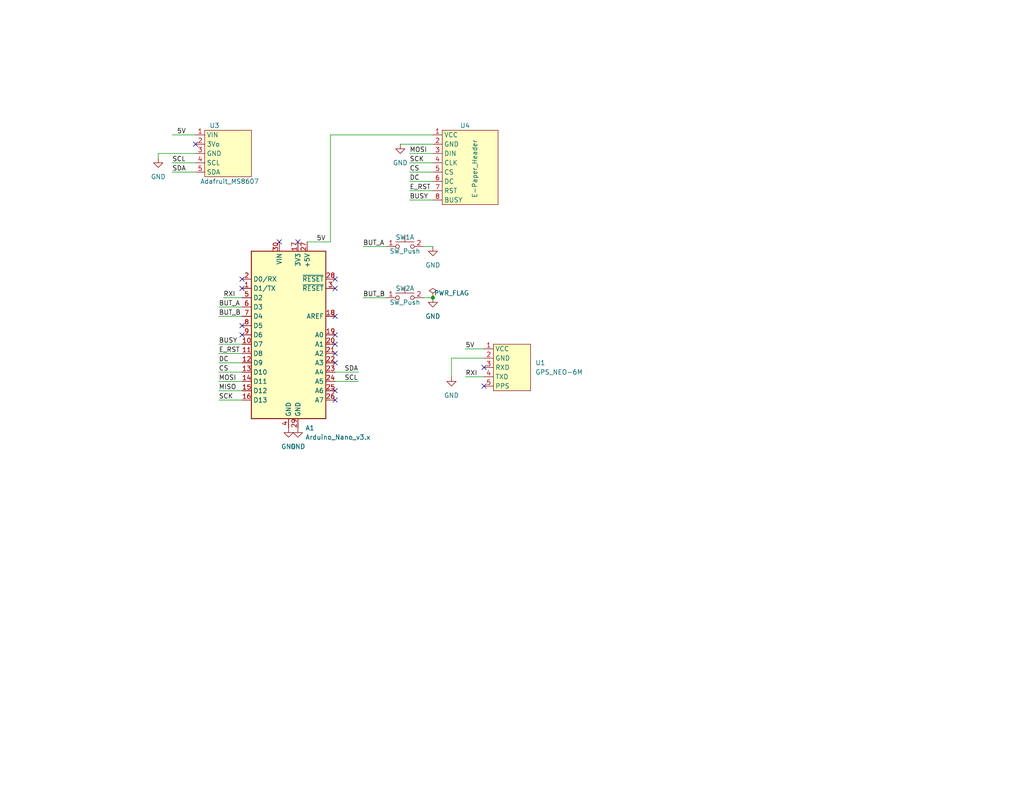
<source format=kicad_sch>
(kicad_sch (version 20211123) (generator eeschema)
  (paper "USLetter")
  (title_block (title "Epaper Schematic") (rev "1") (company "Matt Wachowski"))
  (lib_symbols
    (symbol "MCU_Module:Arduino_Nano_v3.x"
      (property "Reference" "A" (at -10.16 23.495 0))
      (property "Value" "Arduino_Nano_v3.x" (at 5.08 -24.13 0))
      (symbol "Arduino_Nano_v3.x_0_1"
        (rectangle (start -10.16 22.86) (end 10.16 -22.86) (stroke (width 0.254)) (fill (type background)))
      )
      (symbol "Arduino_Nano_v3.x_1_1"
        (pin bidirectional line (at -12.7 12.7 0) (length 2.54) (name "D1/TX") (number "1"))
        (pin bidirectional line (at -12.7 -2.54 0) (length 2.54) (name "D7") (number "10"))
        (pin bidirectional line (at -12.7 -5.08 0) (length 2.54) (name "D8") (number "11"))
        (pin bidirectional line (at -12.7 -7.62 0) (length 2.54) (name "D9") (number "12"))
        (pin bidirectional line (at -12.7 -10.16 0) (length 2.54) (name "D10") (number "13"))
        (pin bidirectional line (at -12.7 -12.7 0) (length 2.54) (name "D11") (number "14"))
        (pin bidirectional line (at -12.7 -15.24 0) (length 2.54) (name "D12") (number "15"))
        (pin bidirectional line (at -12.7 -17.78 0) (length 2.54) (name "D13") (number "16"))
        (pin power_out line (at 2.54 25.4 270) (length 2.54) (name "3V3") (number "17"))
        (pin input line (at 12.7 5.08 180) (length 2.54) (name "AREF") (number "18"))
        (pin bidirectional line (at 12.7 0 180) (length 2.54) (name "A0") (number "19"))
        (pin bidirectional line (at -12.7 15.24 0) (length 2.54) (name "D0/RX") (number "2"))
        (pin bidirectional line (at 12.7 -2.54 180) (length 2.54) (name "A1") (number "20"))
        (pin bidirectional line (at 12.7 -5.08 180) (length 2.54) (name "A2") (number "21"))
        (pin bidirectional line (at 12.7 -7.62 180) (length 2.54) (name "A3") (number "22"))
        (pin bidirectional line (at 12.7 -10.16 180) (length 2.54) (name "A4") (number "23"))
        (pin bidirectional line (at 12.7 -12.7 180) (length 2.54) (name "A5") (number "24"))
        (pin bidirectional line (at 12.7 -15.24 180) (length 2.54) (name "A6") (number "25"))
        (pin bidirectional line (at 12.7 -17.78 180) (length 2.54) (name "A7") (number "26"))
        (pin power_out line (at 5.08 25.4 270) (length 2.54) (name "+5V") (number "27"))
        (pin input line (at 12.7 15.24 180) (length 2.54) (name "~{RESET}") (number "28"))
        (pin power_in line (at 2.54 -25.4 90) (length 2.54) (name "GND") (number "29"))
        (pin input line (at 12.7 12.7 180) (length 2.54) (name "~{RESET}") (number "3"))
        (pin power_in line (at -2.54 25.4 270) (length 2.54) (name "VIN") (number "30"))
        (pin power_in line (at 0 -25.4 90) (length 2.54) (name "GND") (number "4"))
        (pin bidirectional line (at -12.7 10.16 0) (length 2.54) (name "D2") (number "5"))
        (pin bidirectional line (at -12.7 7.62 0) (length 2.54) (name "D3") (number "6"))
        (pin bidirectional line (at -12.7 5.08 0) (length 2.54) (name "D4") (number "7"))
        (pin bidirectional line (at -12.7 2.54 0) (length 2.54) (name "D5") (number "8"))
        (pin bidirectional line (at -12.7 0 0) (length 2.54) (name "D6") (number "9"))
      )
    )
    (symbol "Matt_Custom:Adafruit_MS8607"
      (property "Reference" "U" (at 0 -5.08 0))
      (property "Value" "Adafruit_MS8607" (at 0 10.16 0))
      (symbol "Adafruit_MS8607_0_1"
        (rectangle (start -6.35 8.89) (end 6.35 -3.81) (stroke (width 0.1524)) (fill (type background)))
      )
      (symbol "Adafruit_MS8607_1_1"
        (pin power_in line (at -8.89 7.62 0) (length 2.54) (name "VIN") (number "1"))
        (pin power_in line (at -8.89 5.08 0) (length 2.54) (name "3Vo") (number "2"))
        (pin power_in line (at -8.89 2.54 0) (length 2.54) (name "GND") (number "3"))
        (pin input line (at -8.89 0 0) (length 2.54) (name "SCL") (number "4"))
        (pin bidirectional line (at -8.89 -2.54 0) (length 2.54) (name "SDA") (number "5"))
      )
    )
    (symbol "Matt_Custom:E-Paper_Header"
      (property "Reference" "U" (at 0 25.4 0))
      (property "Value" "E-Paper_Header" (at 0 2.54 0))
      (symbol "E-Paper_Header_0_1"
        (rectangle (start -7.62 24.13) (end 7.62 3.81) (stroke (width 0.1524)) (fill (type background)))
      )
      (symbol "E-Paper_Header_1_1"
        (pin power_in line (at -10.16 22.86 0) (length 2.54) (name "VCC") (number "1"))
        (pin power_in line (at -10.16 20.32 0) (length 2.54) (name "GND") (number "2"))
        (pin input line (at -10.16 17.78 0) (length 2.54) (name "DIN") (number "3"))
        (pin input line (at -10.16 15.24 0) (length 2.54) (name "CLK") (number "4"))
        (pin input line (at -10.16 12.7 0) (length 2.54) (name "CS") (number "5"))
        (pin input line (at -10.16 10.16 0) (length 2.54) (name "DC") (number "6"))
        (pin input line (at -10.16 7.62 0) (length 2.54) (name "RST") (number "7"))
        (pin output line (at -10.16 5.08 0) (length 2.54) (name "BUSY") (number "8"))
      )
    )
    (symbol "Matt_Custom:GPS_NEO-6M"
      (property "Reference" "U" (at 0 6.35 0))
      (property "Value" "GPS_NEO-6M" (at 0 -8.89 0))
      (symbol "GPS_NEO-6M_0_1"
        (rectangle (start -5.08 5.08) (end 5.08 -7.62) (fill (type background)))
      )
      (symbol "GPS_NEO-6M_1_1"
        (pin power_in line (at -7.62 3.81 0) (length 2.54) (name "VCC") (number "1"))
        (pin power_in line (at -7.62 1.27 0) (length 2.54) (name "GND") (number "2"))
        (pin input line (at -7.62 -1.27 0) (length 2.54) (name "RXD") (number "3"))
        (pin output line (at -7.62 -3.81 0) (length 2.54) (name "TXD") (number "4"))
        (pin output line (at -7.62 -6.35 0) (length 2.54) (name "PPS") (number "5"))
      )
    )
    (symbol "Switch:SW_Push_Dual_x2" (pin_names (offset 1.016) hide)
      (property "Reference" "SW" (at 1.27 2.54 0))
      (property "Value" "SW_Push_Dual_x2" (at 0 -1.524 0))
      (symbol "SW_Push_Dual_x2_0_1"
        (circle (center -2.032 0) (radius 0.508))
        (polyline (pts (xy 0 1.27) (xy 0 3.048)))
        (polyline (pts (xy 2.54 1.27) (xy -2.54 1.27)))
        (circle (center 2.032 0) (radius 0.508))
      )
      (symbol "SW_Push_Dual_x2_1_1"
        (pin passive line (at -5.08 0 0) (length 2.54) (name "C") (number "1"))
        (pin passive line (at 5.08 0 180) (length 2.54) (name "D") (number "2"))
      )
      (symbol "SW_Push_Dual_x2_2_1"
        (pin passive line (at -5.08 0 0) (length 2.54) (name "C") (number "3"))
        (pin passive line (at 5.08 0 180) (length 2.54) (name "D") (number "4"))
      )
    )
    (symbol "power:GND" (power) (pin_names (offset 0))
      (property "Value" "GND" (at 0 -3.81 0))
      (symbol "GND_0_1"
        (polyline (pts (xy 0 0) (xy 0 -1.27) (xy 1.27 -1.27) (xy 0 -2.54) (xy -1.27 -1.27) (xy 0 -1.27)))
      )
      (symbol "GND_1_1"
        (pin power_in line (at 0 0 270) (length 0) hide (name "GND") (number "1"))
      )
    )
    (symbol "power:PWR_FLAG" (power) (pin_numbers hide) (pin_names (offset 0) hide)
      (property "Value" "PWR_FLAG" (at 0 3.81 0))
      (symbol "PWR_FLAG_0_0"
        (pin power_out line (at 0 0 90) (length 0) (name "pwr") (number "1"))
      )
      (symbol "PWR_FLAG_0_1"
        (polyline (pts (xy 0 0) (xy 0 1.27) (xy -1.016 1.905) (xy 0 2.54) (xy 1.016 1.905) (xy 0 1.27)))
      )
    )
  )
  (junction (at 118.11 81.28))
  (no_connect (at 76.2 66.04))
  (no_connect (at 53.34 39.37))
  (no_connect (at 132.08 100.33))
  (no_connect (at 132.08 105.41))
  (no_connect (at 81.28 66.04))
  (no_connect (at 66.04 91.44))
  (no_connect (at 66.04 76.2))
  (no_connect (at 66.04 78.74))
  (no_connect (at 91.44 76.2))
  (no_connect (at 91.44 93.98))
  (no_connect (at 91.44 91.44))
  (no_connect (at 91.44 86.36))
  (no_connect (at 91.44 78.74))
  (no_connect (at 91.44 109.22))
  (no_connect (at 91.44 106.68))
  (no_connect (at 91.44 99.06))
  (no_connect (at 91.44 96.52))
  (no_connect (at 66.04 88.9))
  (wire (pts (xy 59.69 96.52) (xy 66.04 96.52)))
  (wire (pts (xy 115.57 81.28) (xy 118.11 81.28)))
  (wire (pts (xy 127 102.87) (xy 132.08 102.87)))
  (wire (pts (xy 111.76 46.99) (xy 118.11 46.99)))
  (wire (pts (xy 43.18 41.91) (xy 43.18 43.18)))
  (wire (pts (xy 59.69 99.06) (xy 66.04 99.06)))
  (wire (pts (xy 127 95.25) (xy 132.08 95.25)))
  (wire (pts (xy 60.96 81.28) (xy 66.04 81.28)))
  (wire (pts (xy 115.57 67.31) (xy 118.11 67.31)))
  (wire (pts (xy 111.76 41.91) (xy 118.11 41.91)))
  (wire (pts (xy 59.69 93.98) (xy 66.04 93.98)))
  (wire (pts (xy 123.19 97.79) (xy 123.19 102.87)))
  (wire (pts (xy 59.69 104.14) (xy 66.04 104.14)))
  (wire (pts (xy 46.99 46.99) (xy 53.34 46.99)))
  (wire (pts (xy 91.44 101.6) (xy 97.79 101.6)))
  (wire (pts (xy 99.06 81.28) (xy 105.41 81.28)))
  (wire (pts (xy 111.76 44.45) (xy 118.11 44.45)))
  (wire (pts (xy 99.06 67.31) (xy 105.41 67.31)))
  (wire (pts (xy 59.69 86.36) (xy 66.04 86.36)))
  (wire (pts (xy 46.99 36.83) (xy 53.34 36.83)))
  (wire (pts (xy 132.08 97.79) (xy 123.19 97.79)))
  (wire (pts (xy 109.22 39.37) (xy 118.11 39.37)))
  (wire (pts (xy 46.99 44.45) (xy 53.34 44.45)))
  (wire (pts (xy 59.69 101.6) (xy 66.04 101.6)))
  (wire (pts (xy 90.17 36.83) (xy 118.11 36.83)))
  (wire (pts (xy 59.69 83.82) (xy 66.04 83.82)))
  (wire (pts (xy 83.82 66.04) (xy 90.17 66.04)))
  (wire (pts (xy 111.76 49.53) (xy 118.11 49.53)))
  (wire (pts (xy 111.76 52.07) (xy 118.11 52.07)))
  (wire (pts (xy 90.17 66.04) (xy 90.17 36.83)))
  (wire (pts (xy 59.69 106.68) (xy 66.04 106.68)))
  (wire (pts (xy 111.76 54.61) (xy 118.11 54.61)))
  (wire (pts (xy 59.69 109.22) (xy 66.04 109.22)))
  (wire (pts (xy 53.34 41.91) (xy 43.18 41.91)))
  (wire (pts (xy 91.44 104.14) (xy 97.79 104.14)))
  (label "MOSI" (at 59.69 104.14 0))
  (label "DC" (at 59.69 99.06 0))
  (label "5V" (at 127 95.25 0))
  (label "BUT_A" (at 99.06 67.31 0))
  (label "SCK" (at 59.69 109.22 0))
  (label "5V" (at 86.36 66.04 0))
  (label "BUT_B" (at 99.06 81.28 0))
  (label "SCL" (at 46.99 44.45 0))
  (label "SDA" (at 46.99 46.99 0))
  (label "SCL" (at 93.98 104.14 0))
  (label "RXI" (at 127 102.87 0))
  (label "E_RST" (at 59.69 96.52 0))
  (label "CS" (at 59.69 101.6 0))
  (label "DC" (at 111.76 49.53 0))
  (label "MOSI" (at 111.76 41.91 0))
  (label "BUSY" (at 59.69 93.98 0))
  (label "BUT_B" (at 59.69 86.36 0))
  (label "CS" (at 111.76 46.99 0))
  (label "BUT_A" (at 59.69 83.82 0))
  (label "5V" (at 48.26 36.83 0))
  (label "MISO" (at 59.69 106.68 0))
  (label "RXI" (at 60.96 81.28 0))
  (label "SCK" (at 111.76 44.45 0))
  (label "BUSY" (at 111.76 54.61 0))
  (label "E_RST" (at 111.76 52.07 0))
  (label "SDA" (at 93.98 101.6 0))
  (symbol (lib_id "Matt_Custom:GPS_NEO-6M") (at 139.7 99.06 0) (unit 1)
    (property "Reference" "U1" (at 146.05 99.0599 0) (effects (justify left)))
    (property "Value" "GPS_NEO-6M" (at 146.05 101.5999 0) (effects (justify left)))
    (property "Footprint" "Matt:GPS_NEO-6M" (effects hide))
  )
  (symbol (lib_id "power:GND") (at 43.18 43.18 0) (unit 1)
    (property "Reference" "#PWR06" (effects hide))
    (property "Value" "GND" (at 43.18 48.26 0))
  )
  (symbol (lib_id "power:GND") (at 78.74 116.84 0) (unit 1)
    (property "Reference" "#PWR01" (effects hide))
    (property "Value" "GND" (at 78.74 121.92 0))
  )
  (symbol (lib_id "power:GND") (at 118.11 67.31 0) (unit 1)
    (property "Reference" "#PWR0103" (effects hide))
    (property "Value" "GND" (at 118.11 72.39 0))
  )
  (symbol (lib_id "power:PWR_FLAG") (at 118.11 81.28 0) (unit 1)
    (property "Reference" "#FLG0101" (effects hide))
    (property "Value" "PWR_FLAG" (at 123.19 80.01 0))
  )
  (symbol (lib_id "Switch:SW_Push_Dual_x2") (at 110.49 81.28 0) (unit 1)
    (property "Reference" "SW2" (at 110.49 78.74 0))
    (property "Value" "SW_Push" (at 110.49 82.55 0))
    (property "Footprint" "Button_Switch_THT:SW_TH_Tactile_Omron_B3F-10xx" (effects hide))
  )
  (symbol (lib_id "power:GND") (at 109.22 39.37 0) (unit 1)
    (property "Reference" "#PWR07" (effects hide))
    (property "Value" "GND" (at 109.22 44.45 0))
  )
  (symbol (lib_id "Switch:SW_Push_Dual_x2") (at 110.49 67.31 0) (unit 1)
    (property "Reference" "SW1" (at 110.49 64.77 0))
    (property "Value" "SW_Push" (at 110.49 68.58 0))
    (property "Footprint" "Button_Switch_THT:SW_TH_Tactile_Omron_B3F-10xx" (effects hide))
  )
  (symbol (lib_id "power:GND") (at 118.11 81.28 0) (unit 1)
    (property "Reference" "#PWR0104" (effects hide))
    (property "Value" "GND" (at 118.11 86.36 0))
  )
  (symbol (lib_id "MCU_Module:Arduino_Nano_v3.x") (at 78.74 91.44 0) (unit 1)
    (property "Reference" "A1" (at 83.2994 116.84 0) (effects (justify left)))
    (property "Value" "Arduino_Nano_v3.x" (at 83.2994 119.38 0) (effects (justify left)))
    (property "Footprint" "Module:Arduino_Nano" (effects hide))
    (property "Datasheet" "http://www.mouser.com/pdfdocs/Gravitech_Arduino_Nano3_0.pdf" (effects hide))
  )
  (symbol (lib_id "Matt_Custom:Adafruit_MS8607") (at 62.23 44.45 0) (unit 1)
    (property "Reference" "U3" (at 57.15 34.29 0) (effects (justify left)))
    (property "Value" "Adafruit_MS8607" (at 54.61 49.53 0) (effects (justify left)))
    (property "Footprint" "Matt:Adafruit_MS8607" (effects hide))
  )
  (symbol (lib_id "Matt_Custom:E-Paper_Header") (at 128.27 59.69 0) (unit 1)
    (property "Reference" "U4" (at 128.27 34.29 0) (effects (justify right)))
    (property "Value" "E-Paper_Header" (at 129.54 38.1 90) (effects (justify right)))
    (property "Footprint" "Connector_PinHeader_2.54mm:PinHeader_1x08_P2.54mm_Vertical" (effects hide))
  )
  (symbol (lib_id "power:GND") (at 123.19 102.87 0) (unit 1)
    (property "Reference" "#PWR08" (effects hide))
    (property "Value" "GND" (at 123.19 107.95 0))
  )
  (symbol (lib_id "power:GND") (at 81.28 116.84 0) (unit 1)
    (property "Reference" "#PWR05" (effects hide))
    (property "Value" "GND" (at 81.28 121.92 0))
  )
)
</source>
